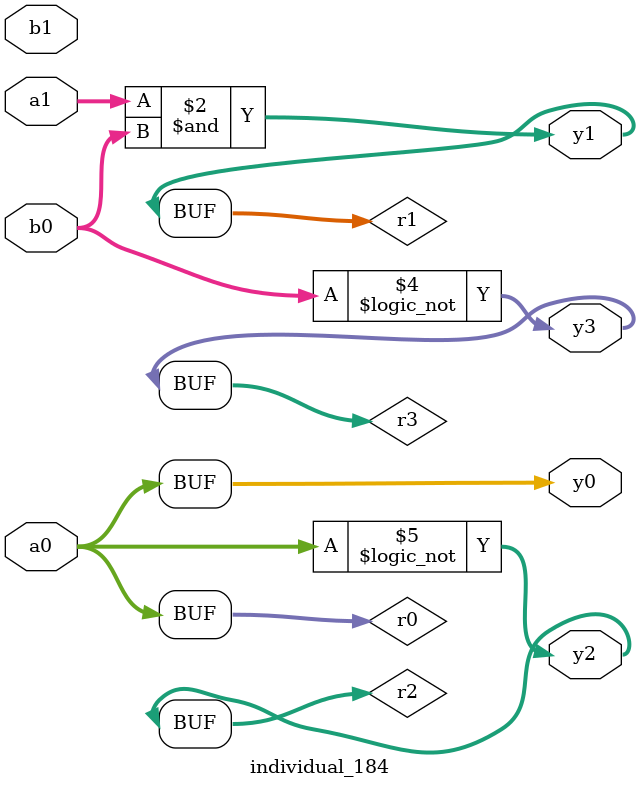
<source format=sv>
module individual_184(input logic [15:0] a1, input logic [15:0] a0, input logic [15:0] b1, input logic [15:0] b0, output logic [15:0] y3, output logic [15:0] y2, output logic [15:0] y1, output logic [15:0] y0);
logic [15:0] r0, r1, r2, r3; 
 always@(*) begin 
	 r0 = a0; r1 = a1; r2 = b0; r3 = b1; 
 	 r1  &=  r2 ;
 	 r3  ^=  r1 ;
 	 r3 = ! b0 ;
 	 r2 = ! r0 ;
 	 y3 = r3; y2 = r2; y1 = r1; y0 = r0; 
end
endmodule
</source>
